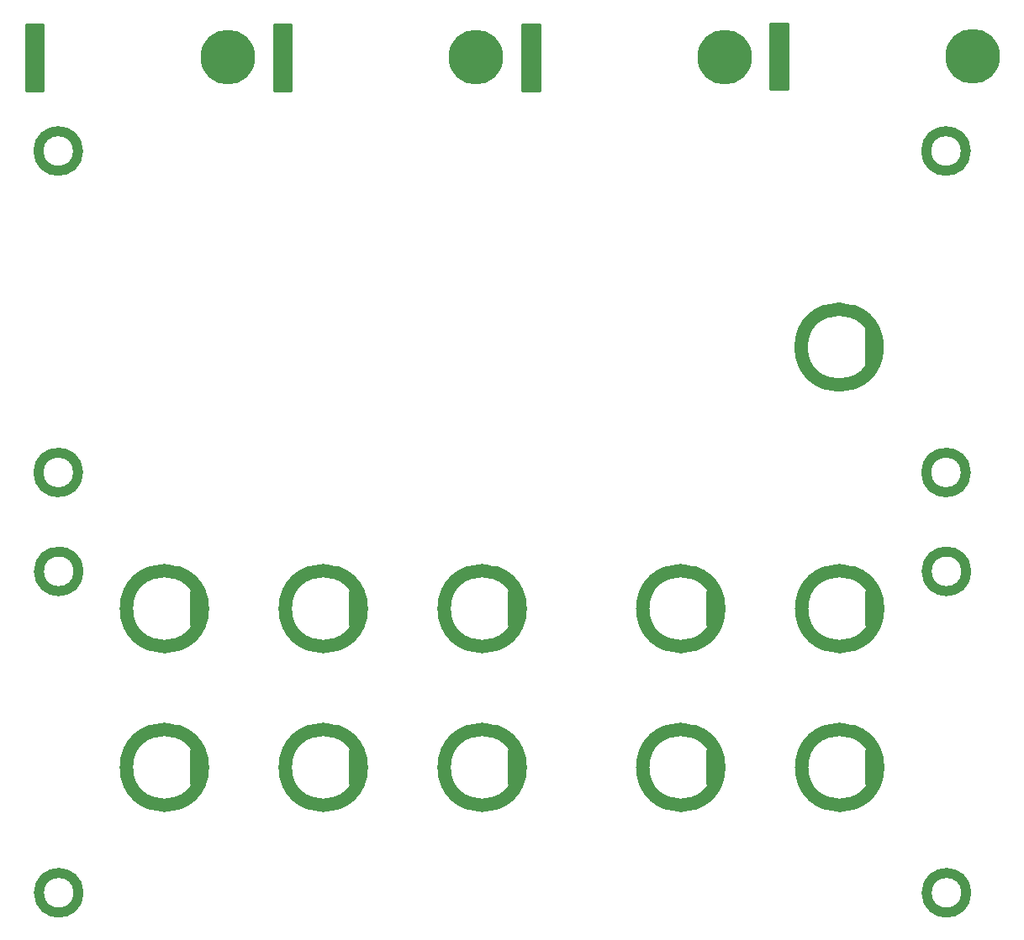
<source format=gbs>
%MOIN*%
%OFA0B0*%
%FSLAX46Y46*%
%IPPOS*%
%LPD*%
%ADD10C,0.005905511811023622*%
%ADD11C,0.21653543307086615*%
%ADD12C,0.01*%
%ADD23C,0.005905511811023622*%
%ADD24C,0.21653543307086615*%
%ADD25C,0.01*%
%ADD36C,0.005905511811023622*%
%ADD37C,0.03937007874015748*%
%ADD38C,0.027559055118110236*%
%ADD39C,0.053149606299212608*%
%ADD50C,0.005905511811023622*%
%ADD51C,0.03937007874015748*%
%ADD52C,0.027559055118110236*%
%ADD53C,0.053149606299212608*%
%ADD64C,0.005905511811023622*%
%ADD65C,0.21653543307086615*%
%ADD66C,0.01*%
%ADD77C,0.005905511811023622*%
%ADD78C,0.21653543307086615*%
%ADD79C,0.01*%
%LPD*%
G01G01G01G01*
D10*
D11*
X-0000314960Y0004496062D02*
X0002807086Y0003492125D03*
D12*
G36*
X0002073740Y0003361299D02*
X0002005000Y0003361299D01*
X0002005000Y0003622953D01*
X0002073740Y0003622953D01*
X0002073740Y0003361299D01*
X0002073740Y0003361299D01*
G37*
X0002073740Y0003361299D02*
X0002005000Y0003361299D01*
X0002005000Y0003622953D01*
X0002073740Y0003622953D01*
X0002073740Y0003361299D01*
G01G01G01G01*
D23*
D24*
X0000669291Y0004500000D02*
X0003791338Y0003496063D03*
D25*
G36*
X0003057992Y0003365237D02*
X0002989251Y0003365237D01*
X0002989251Y0003626890D01*
X0003057992Y0003626890D01*
X0003057992Y0003365237D01*
X0003057992Y0003365237D01*
G37*
X0003057992Y0003365237D02*
X0002989251Y0003365237D01*
X0002989251Y0003626890D01*
X0003057992Y0003626890D01*
X0003057992Y0003365237D01*
G04 next file*
G01G01G01G01G01G01G01G01*
D36*
D37*
X0003765985Y0001452956D02*
G75*
G03G03G03G03X0003765985Y0001452956I-0000078740D01X0003765985Y0001452956I-0000078740D01X0003765985Y0001452956I-0000078740D01G03G03X0003765985Y0001452956I-0000078740D01G03G03X0003765985Y0001452956I-0000078740D01X0003765985Y0001452956I-0000078740D01X0003765985Y0001452956I-0000078740D01X0003765985Y0001452956I-0000078740D01*
G01G01G01G01G01G01G01G01*
X0003765985Y0000177366D02*
G75*
G03G03G03G03X0003765985Y0000177366I-0000078740D01X0003765985Y0000177366I-0000078740D01X0003765985Y0000177366I-0000078740D01G03G03X0003765985Y0000177366I-0000078740D01G03G03X0003765985Y0000177366I-0000078740D01X0003765985Y0000177366I-0000078740D01X0003765985Y0000177366I-0000078740D01X0003765985Y0000177366I-0000078740D01*
G01G01G01G01G01G01G01G01*
X0000246300Y0000177366D02*
G75*
G03G03G03G03X0000246300Y0000177366I-0000078740D01X0000246300Y0000177366I-0000078740D01X0000246300Y0000177366I-0000078740D01G03G03X0000246300Y0000177366I-0000078740D01G03G03X0000246300Y0000177366I-0000078740D01X0000246300Y0000177366I-0000078740D01X0000246300Y0000177366I-0000078740D01X0000246300Y0000177366I-0000078740D01*
G01G01G01G01G01G01G01G01*
X0000246300Y0001452956D02*
G75*
G03G03G03G03X0000246300Y0001452956I-0000078740D01X0000246300Y0001452956I-0000078740D01X0000246300Y0001452956I-0000078740D01G03G03X0000246300Y0001452956I-0000078740D01G03G03X0000246300Y0001452956I-0000078740D01X0000246300Y0001452956I-0000078740D01X0000246300Y0001452956I-0000078740D01X0000246300Y0001452956I-0000078740D01*
G01G01G01G01G01G01G01G01*
D38*
X0003378740Y0000738188D02*
X0003378740Y0000612204D01*
D39*
X0003414566Y0000675196D02*
G75*
G03G03G03G03X0003414566Y0000675196I-0000150787D01X0003414566Y0000675196I-0000150787D01X0003414566Y0000675196I-0000150787D01G03G03X0003414566Y0000675196I-0000150787D01G03G03X0003414566Y0000675196I-0000150787D01X0003414566Y0000675196I-0000150787D01X0003414566Y0000675196I-0000150787D01X0003414566Y0000675196I-0000150787D01*
G01G01G01G01G01G01G01G01*
D38*
X0002748818Y0000738188D02*
X0002748818Y0000612204D01*
D39*
X0002784645Y0000675196D02*
G75*
G03G03G03G03X0002784645Y0000675196I-0000150787D01X0002784645Y0000675196I-0000150787D01X0002784645Y0000675196I-0000150787D01G03G03X0002784645Y0000675196I-0000150787D01G03G03X0002784645Y0000675196I-0000150787D01X0002784645Y0000675196I-0000150787D01X0002784645Y0000675196I-0000150787D01X0002784645Y0000675196I-0000150787D01*
G01G01G01G01G01G01G01G01*
D38*
X0003378740Y0001368110D02*
X0003378740Y0001242125D01*
D39*
X0003414566Y0001305118D02*
G75*
G03G03G03G03X0003414566Y0001305118I-0000150787D01X0003414566Y0001305118I-0000150787D01X0003414566Y0001305118I-0000150787D01G03G03X0003414566Y0001305118I-0000150787D01G03G03X0003414566Y0001305118I-0000150787D01X0003414566Y0001305118I-0000150787D01X0003414566Y0001305118I-0000150787D01X0003414566Y0001305118I-0000150787D01*
G01G01G01G01G01G01G01G01*
D38*
X0002748818Y0001368110D02*
X0002748818Y0001242125D01*
D39*
X0002784645Y0001305118D02*
G75*
G03G03G03G03X0002784645Y0001305118I-0000150787D01X0002784645Y0001305118I-0000150787D01X0002784645Y0001305118I-0000150787D01G03G03X0002784645Y0001305118I-0000150787D01G03G03X0002784645Y0001305118I-0000150787D01X0002784645Y0001305118I-0000150787D01X0002784645Y0001305118I-0000150787D01X0002784645Y0001305118I-0000150787D01*
G01G01G01G01G01G01G01G01*
D38*
X0001961417Y0000738188D02*
X0001961417Y0000612204D01*
D39*
X0001997244Y0000675196D02*
G75*
G03G03G03G03X0001997244Y0000675196I-0000150787D01X0001997244Y0000675196I-0000150787D01X0001997244Y0000675196I-0000150787D01G03G03X0001997244Y0000675196I-0000150787D01G03G03X0001997244Y0000675196I-0000150787D01X0001997244Y0000675196I-0000150787D01X0001997244Y0000675196I-0000150787D01X0001997244Y0000675196I-0000150787D01*
G01G01G01G01G01G01G01G01*
D38*
X0001331496Y0000738188D02*
X0001331496Y0000612204D01*
D39*
X0001367322Y0000675196D02*
G75*
G03G03G03G03X0001367322Y0000675196I-0000150787D01X0001367322Y0000675196I-0000150787D01X0001367322Y0000675196I-0000150787D01G03G03X0001367322Y0000675196I-0000150787D01G03G03X0001367322Y0000675196I-0000150787D01X0001367322Y0000675196I-0000150787D01X0001367322Y0000675196I-0000150787D01X0001367322Y0000675196I-0000150787D01*
G01G01G01G01G01G01G01G01*
D38*
X0000701574Y0000738188D02*
X0000701574Y0000612204D01*
D39*
X0000737400Y0000675196D02*
G75*
G03G03G03G03X0000737400Y0000675196I-0000150787D01X0000737400Y0000675196I-0000150787D01X0000737400Y0000675196I-0000150787D01G03G03X0000737400Y0000675196I-0000150787D01G03G03X0000737400Y0000675196I-0000150787D01X0000737400Y0000675196I-0000150787D01X0000737400Y0000675196I-0000150787D01X0000737400Y0000675196I-0000150787D01*
G01G01G01G01G01G01G01G01*
D38*
X0001961417Y0001368110D02*
X0001961417Y0001242125D01*
D39*
X0001997244Y0001305118D02*
G75*
G03G03G03G03X0001997244Y0001305118I-0000150787D01X0001997244Y0001305118I-0000150787D01X0001997244Y0001305118I-0000150787D01G03G03X0001997244Y0001305118I-0000150787D01G03G03X0001997244Y0001305118I-0000150787D01X0001997244Y0001305118I-0000150787D01X0001997244Y0001305118I-0000150787D01X0001997244Y0001305118I-0000150787D01*
G01G01G01G01G01G01G01G01*
D38*
X0001331496Y0001368110D02*
X0001331496Y0001242125D01*
D39*
X0001367322Y0001305118D02*
G75*
G03G03G03G03X0001367322Y0001305118I-0000150787D01X0001367322Y0001305118I-0000150787D01X0001367322Y0001305118I-0000150787D01G03G03X0001367322Y0001305118I-0000150787D01G03G03X0001367322Y0001305118I-0000150787D01X0001367322Y0001305118I-0000150787D01X0001367322Y0001305118I-0000150787D01X0001367322Y0001305118I-0000150787D01*
G01G01G01G01G01G01G01G01*
D38*
X0000701574Y0001368110D02*
X0000701574Y0001242125D01*
D39*
X0000737400Y0001305118D02*
G75*
G03G03G03G03X0000737400Y0001305118I-0000150787D01X0000737400Y0001305118I-0000150787D01X0000737400Y0001305118I-0000150787D01G03G03X0000737400Y0001305118I-0000150787D01G03G03X0000737400Y0001305118I-0000150787D01X0000737400Y0001305118I-0000150787D01X0000737400Y0001305118I-0000150787D01X0000737400Y0001305118I-0000150787D01*
G01G01G01G01G01G01G01G01*
G01G01G01G01G01G01G01G01*
D50*
D51*
X0000244423Y0003120875D02*
G75*
G03G03G03G03X0000244423Y0003120875I-0000078740D01X0000244423Y0003120875I-0000078740D01X0000244423Y0003120875I-0000078740D01G03G03X0000244423Y0003120875I-0000078740D01G03G03X0000244423Y0003120875I-0000078740D01X0000244423Y0003120875I-0000078740D01X0000244423Y0003120875I-0000078740D01X0000244423Y0003120875I-0000078740D01*
G01G01G01G01G01G01G01G01*
X0003764108Y0003120875D02*
G75*
G03G03G03G03X0003764108Y0003120875I-0000078740D01X0003764108Y0003120875I-0000078740D01X0003764108Y0003120875I-0000078740D01G03G03X0003764108Y0003120875I-0000078740D01G03G03X0003764108Y0003120875I-0000078740D01X0003764108Y0003120875I-0000078740D01X0003764108Y0003120875I-0000078740D01X0003764108Y0003120875I-0000078740D01*
G01G01G01G01G01G01G01G01*
X0003764108Y0001845285D02*
G75*
G03G03G03G03X0003764108Y0001845285I-0000078740D01X0003764108Y0001845285I-0000078740D01X0003764108Y0001845285I-0000078740D01G03G03X0003764108Y0001845285I-0000078740D01G03G03X0003764108Y0001845285I-0000078740D01X0003764108Y0001845285I-0000078740D01X0003764108Y0001845285I-0000078740D01X0003764108Y0001845285I-0000078740D01*
G01G01G01G01G01G01G01G01*
X0000244423Y0001845285D02*
G75*
G03G03G03G03X0000244423Y0001845285I-0000078740D01X0000244423Y0001845285I-0000078740D01X0000244423Y0001845285I-0000078740D01G03G03X0000244423Y0001845285I-0000078740D01G03G03X0000244423Y0001845285I-0000078740D01X0000244423Y0001845285I-0000078740D01X0000244423Y0001845285I-0000078740D01X0000244423Y0001845285I-0000078740D01*
G01G01G01G01G01G01G01G01*
D52*
X0003376771Y0002405511D02*
X0003376771Y0002279527D01*
D53*
X0003412598Y0002342519D02*
G75*
G03G03G03G03X0003412598Y0002342519I-0000150787D01X0003412598Y0002342519I-0000150787D01X0003412598Y0002342519I-0000150787D01G03G03X0003412598Y0002342519I-0000150787D01G03G03X0003412598Y0002342519I-0000150787D01X0003412598Y0002342519I-0000150787D01X0003412598Y0002342519I-0000150787D01X0003412598Y0002342519I-0000150787D01*
G01G01G01G01G01G01G01G01*
G04 next file*
G01G01G01G01G01G01G01G01*
D64*
D65*
X-0002283464Y0004496062D02*
X0000838582Y0003492125D03*
D66*
G36*
X0000105236Y0003361299D02*
X0000036496Y0003361299D01*
X0000036496Y0003622953D01*
X0000105236Y0003622953D01*
X0000105236Y0003361299D01*
X0000105236Y0003361299D01*
G37*
X0000105236Y0003361299D02*
X0000036496Y0003361299D01*
X0000036496Y0003622953D01*
X0000105236Y0003622953D01*
X0000105236Y0003361299D01*
G04 next file*
G04 #@! TF.FileFunction,Soldermask,Bot*
G04 Gerber Fmt 4.6, Leading zero omitted, Abs format (unit mm)*
G04 Created by KiCad (PCBNEW no-bzr-kicad_new3d-viewer) date 07/10/16 17:41:36*
G01G01G01G01G01G01G01G01*
G04 APERTURE LIST*
G04 APERTURE END LIST*
D77*
D78*
X-0001299212Y0004496062D02*
X0001822834Y0003492125D03*
D79*
G36*
X0001089488Y0003361299D02*
X0001020748Y0003361299D01*
X0001020748Y0003622953D01*
X0001089488Y0003622953D01*
X0001089488Y0003361299D01*
X0001089488Y0003361299D01*
G37*
X0001089488Y0003361299D02*
X0001020748Y0003361299D01*
X0001020748Y0003622953D01*
X0001089488Y0003622953D01*
X0001089488Y0003361299D01*
M02*
</source>
